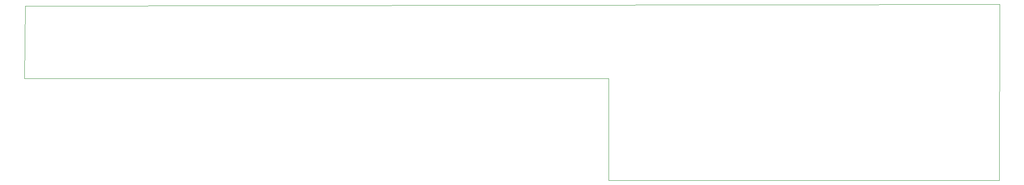
<source format=gbr>
%TF.GenerationSoftware,KiCad,Pcbnew,8.0.6*%
%TF.CreationDate,2024-10-20T14:16:11-03:00*%
%TF.ProjectId,light-box-neopixels,6c696768-742d-4626-9f78-2d6e656f7069,rev?*%
%TF.SameCoordinates,Original*%
%TF.FileFunction,Profile,NP*%
%FSLAX46Y46*%
G04 Gerber Fmt 4.6, Leading zero omitted, Abs format (unit mm)*
G04 Created by KiCad (PCBNEW 8.0.6) date 2024-10-20 14:16:11*
%MOMM*%
%LPD*%
G01*
G04 APERTURE LIST*
%TA.AperFunction,Profile*%
%ADD10C,0.050000*%
%TD*%
G04 APERTURE END LIST*
D10*
X184800000Y-127950000D02*
X184800000Y-107700000D01*
X262200000Y-128000000D02*
X184800000Y-127950000D01*
X69100000Y-107750000D02*
X184800000Y-107700000D01*
X69100000Y-107750000D02*
X69250000Y-93300000D01*
X262250000Y-93000000D02*
X262200000Y-128000000D01*
X69250000Y-93300000D02*
X262250000Y-93000000D01*
M02*

</source>
